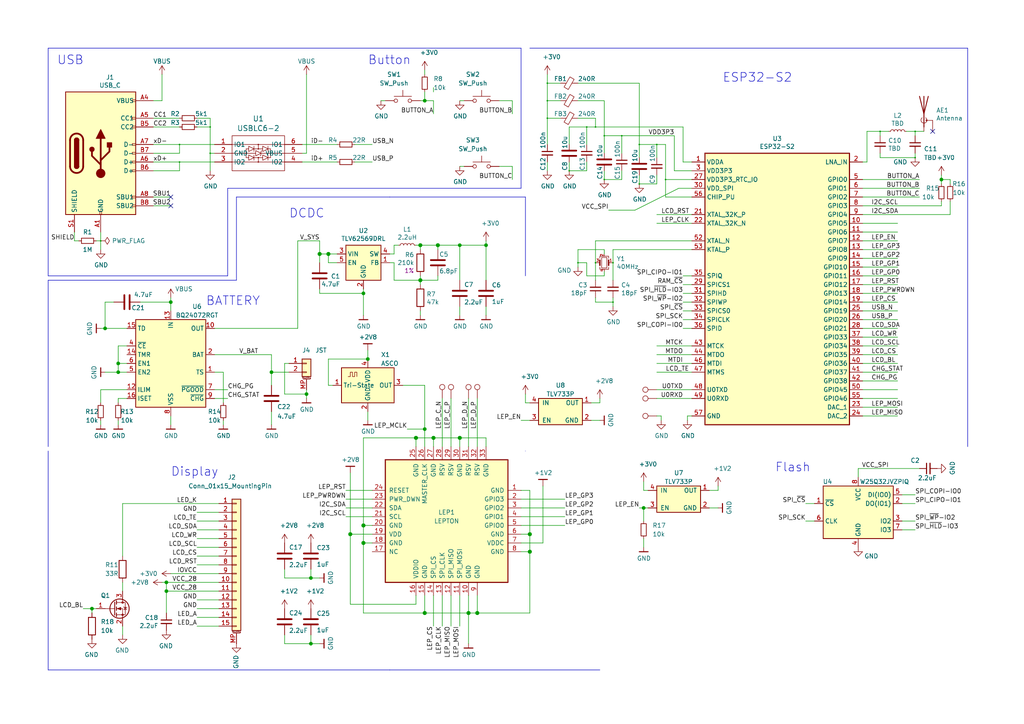
<source format=kicad_sch>
(kicad_sch (version 20201015) (generator eeschema)
  (paper "A4")
  (title_block (title "ESP32s2 Thermal Cam") (date "2020-12-29") (rev "r0.1") (company "GsD - @gregdavill"))
  (bus_alias "GPDI" (members "CK_N" "CK_P" "D0_N" "D0_P" "D1_N" "D1_P" "D2_N" "D2_P"))
  (junction (at 26.67 176.53) (diameter 0.9144))
  (junction (at 29.21 69.85) (diameter 0.3048))
  (junction (at 30.48 95.25) (diameter 0.9144))
  (junction (at 34.29 105.41) (diameter 0.9144))
  (junction (at 34.29 107.95) (diameter 0.9144))
  (junction (at 48.26 168.91) (diameter 0.9144))
  (junction (at 48.26 171.45) (diameter 0.9144))
  (junction (at 49.53 87.63) (diameter 0.9144))
  (junction (at 52.07 41.91) (diameter 0.3048))
  (junction (at 52.07 46.99) (diameter 0.3048))
  (junction (at 60.96 36.83) (diameter 0.3048))
  (junction (at 60.96 44.45) (diameter 0.3048))
  (junction (at 78.74 107.95) (diameter 0.9144))
  (junction (at 88.9 114.3) (diameter 0.9144))
  (junction (at 90.17 167.64) (diameter 0.9144))
  (junction (at 90.17 186.69) (diameter 0.9144))
  (junction (at 92.71 73.66) (diameter 1.016))
  (junction (at 95.25 73.66) (diameter 1.016))
  (junction (at 101.6 154.94) (diameter 1.016))
  (junction (at 105.41 85.09) (diameter 0.9144))
  (junction (at 105.41 152.4) (diameter 1.016))
  (junction (at 105.41 157.48) (diameter 1.016))
  (junction (at 106.68 104.14) (diameter 0.9144))
  (junction (at 120.65 127) (diameter 1.016))
  (junction (at 121.92 71.12) (diameter 1))
  (junction (at 121.92 81.28) (diameter 1.016))
  (junction (at 123.19 29.21) (diameter 0.9144))
  (junction (at 123.19 124.46) (diameter 0.9144))
  (junction (at 123.19 177.8) (diameter 1.016))
  (junction (at 125.73 127) (diameter 1.016))
  (junction (at 127 71.12) (diameter 1))
  (junction (at 133.35 71.12) (diameter 0.9144))
  (junction (at 133.35 127) (diameter 1.016))
  (junction (at 135.89 177.8) (diameter 1.016))
  (junction (at 138.43 177.8) (diameter 1.016))
  (junction (at 140.97 71.12) (diameter 0.9144))
  (junction (at 153.67 154.94) (diameter 1.016))
  (junction (at 153.67 160.02) (diameter 1.016))
  (junction (at 158.75 24.13) (diameter 0.3048))
  (junction (at 158.75 29.21) (diameter 0.3048))
  (junction (at 158.75 34.29) (diameter 0.3048))
  (junction (at 165.1 49.53) (diameter 0.3048))
  (junction (at 167.64 76.2) (diameter 0.3048))
  (junction (at 170.18 36.83) (diameter 0.3048))
  (junction (at 172.72 36.83) (diameter 0.3048))
  (junction (at 172.72 76.2) (diameter 0.3048))
  (junction (at 175.26 39.37) (diameter 0.3048))
  (junction (at 175.26 52.07) (diameter 0.3048))
  (junction (at 177.8 76.2) (diameter 0.3048))
  (junction (at 177.8 87.63) (diameter 0.3048))
  (junction (at 180.34 39.37) (diameter 0.3048))
  (junction (at 185.42 41.91) (diameter 0.3048))
  (junction (at 185.42 53.34) (diameter 0.3048))
  (junction (at 186.69 147.32) (diameter 0.9144))
  (junction (at 190.5 41.91) (diameter 0.3048))
  (junction (at 193.04 52.07) (diameter 0.3048))
  (junction (at 255.27 38.1) (diameter 0.3048))
  (junction (at 265.43 38.1) (diameter 0.3048))
  (junction (at 265.43 45.72) (diameter 0.3048))
  (junction (at 273.05 52.07) (diameter 0.9144))
  (no_connect (at 49.53 57.15))
  (no_connect (at 270.51 38.1))
  (no_connect (at 49.53 59.69))
  (wire (pts (xy 21.59 67.31) (xy 21.59 69.85)))
  (wire (pts (xy 21.59 69.85) (xy 22.86 69.85)))
  (wire (pts (xy 24.13 176.53) (xy 26.67 176.53)))
  (wire (pts (xy 26.67 176.53) (xy 26.67 177.8)))
  (wire (pts (xy 26.67 176.53) (xy 27.94 176.53)))
  (wire (pts (xy 27.94 69.85) (xy 29.21 69.85)))
  (wire (pts (xy 29.21 69.85) (xy 29.21 67.31)))
  (wire (pts (xy 29.21 69.85) (xy 29.21 72.39)))
  (wire (pts (xy 29.21 95.25) (xy 30.48 95.25)))
  (wire (pts (xy 29.21 113.03) (xy 29.21 116.84)))
  (wire (pts (xy 29.21 121.92) (xy 29.21 123.19)))
  (wire (pts (xy 30.48 87.63) (xy 30.48 95.25)))
  (wire (pts (xy 30.48 95.25) (xy 36.83 95.25)))
  (wire (pts (xy 30.48 107.95) (xy 34.29 107.95)))
  (wire (pts (xy 33.02 87.63) (xy 30.48 87.63)))
  (wire (pts (xy 34.29 100.33) (xy 34.29 105.41)))
  (wire (pts (xy 34.29 105.41) (xy 34.29 107.95)))
  (wire (pts (xy 34.29 107.95) (xy 36.83 107.95)))
  (wire (pts (xy 34.29 115.57) (xy 34.29 116.84)))
  (wire (pts (xy 34.29 121.92) (xy 34.29 123.19)))
  (wire (pts (xy 35.56 146.05) (xy 63.5 146.05)))
  (wire (pts (xy 35.56 161.29) (xy 35.56 146.05)))
  (wire (pts (xy 35.56 168.91) (xy 35.56 171.45)))
  (wire (pts (xy 35.56 181.61) (xy 35.56 184.15)))
  (wire (pts (xy 36.83 100.33) (xy 34.29 100.33)))
  (wire (pts (xy 36.83 105.41) (xy 34.29 105.41)))
  (wire (pts (xy 36.83 113.03) (xy 29.21 113.03)))
  (wire (pts (xy 36.83 115.57) (xy 34.29 115.57)))
  (wire (pts (xy 40.64 87.63) (xy 49.53 87.63)))
  (wire (pts (xy 44.45 29.21) (xy 46.99 29.21)))
  (wire (pts (xy 44.45 34.29) (xy 52.07 34.29)))
  (wire (pts (xy 44.45 36.83) (xy 52.07 36.83)))
  (wire (pts (xy 44.45 41.91) (xy 52.07 41.91)))
  (wire (pts (xy 44.45 44.45) (xy 52.07 44.45)))
  (wire (pts (xy 44.45 46.99) (xy 52.07 46.99)))
  (wire (pts (xy 44.45 49.53) (xy 52.07 49.53)))
  (wire (pts (xy 44.45 57.15) (xy 49.53 57.15)))
  (wire (pts (xy 44.45 59.69) (xy 49.53 59.69)))
  (wire (pts (xy 46.99 29.21) (xy 46.99 21.59)))
  (wire (pts (xy 46.99 168.91) (xy 48.26 168.91)))
  (wire (pts (xy 48.26 168.91) (xy 48.26 171.45)))
  (wire (pts (xy 48.26 168.91) (xy 63.5 168.91)))
  (wire (pts (xy 48.26 171.45) (xy 48.26 177.8)))
  (wire (pts (xy 48.26 171.45) (xy 63.5 171.45)))
  (wire (pts (xy 49.53 86.36) (xy 49.53 87.63)))
  (wire (pts (xy 49.53 87.63) (xy 49.53 90.17)))
  (wire (pts (xy 49.53 120.65) (xy 49.53 123.19)))
  (wire (pts (xy 49.53 166.37) (xy 63.5 166.37)))
  (wire (pts (xy 52.07 41.91) (xy 62.23 41.91)))
  (wire (pts (xy 52.07 44.45) (xy 52.07 41.91)))
  (wire (pts (xy 52.07 46.99) (xy 62.23 46.99)))
  (wire (pts (xy 52.07 49.53) (xy 52.07 46.99)))
  (wire (pts (xy 57.15 34.29) (xy 60.96 34.29)))
  (wire (pts (xy 57.15 36.83) (xy 60.96 36.83)))
  (wire (pts (xy 57.15 148.59) (xy 63.5 148.59)))
  (wire (pts (xy 57.15 151.13) (xy 63.5 151.13)))
  (wire (pts (xy 57.15 153.67) (xy 63.5 153.67)))
  (wire (pts (xy 57.15 156.21) (xy 63.5 156.21)))
  (wire (pts (xy 57.15 158.75) (xy 63.5 158.75)))
  (wire (pts (xy 57.15 161.29) (xy 63.5 161.29)))
  (wire (pts (xy 57.15 163.83) (xy 63.5 163.83)))
  (wire (pts (xy 57.15 173.99) (xy 63.5 173.99)))
  (wire (pts (xy 57.15 176.53) (xy 63.5 176.53)))
  (wire (pts (xy 57.15 179.07) (xy 63.5 179.07)))
  (wire (pts (xy 57.15 181.61) (xy 63.5 181.61)))
  (wire (pts (xy 60.96 34.29) (xy 60.96 36.83)))
  (wire (pts (xy 60.96 36.83) (xy 60.96 44.45)))
  (wire (pts (xy 60.96 44.45) (xy 60.96 49.53)))
  (wire (pts (xy 62.23 44.45) (xy 60.96 44.45)))
  (wire (pts (xy 62.23 95.25) (xy 86.36 95.25)))
  (wire (pts (xy 62.23 102.87) (xy 78.74 102.87)))
  (wire (pts (xy 62.23 113.03) (xy 66.04 113.03)))
  (wire (pts (xy 62.23 115.57) (xy 66.04 115.57)))
  (wire (pts (xy 64.77 107.95) (xy 62.23 107.95)))
  (wire (pts (xy 64.77 116.84) (xy 64.77 107.95)))
  (wire (pts (xy 64.77 121.92) (xy 64.77 123.19)))
  (wire (pts (xy 78.74 107.95) (xy 78.74 102.87)))
  (wire (pts (xy 78.74 107.95) (xy 78.74 111.76)))
  (wire (pts (xy 78.74 119.38) (xy 78.74 123.19)))
  (wire (pts (xy 82.55 105.41) (xy 82.55 114.3)))
  (wire (pts (xy 82.55 114.3) (xy 88.9 114.3)))
  (wire (pts (xy 82.55 165.1) (xy 82.55 167.64)))
  (wire (pts (xy 82.55 167.64) (xy 90.17 167.64)))
  (wire (pts (xy 82.55 184.15) (xy 82.55 186.69)))
  (wire (pts (xy 82.55 186.69) (xy 90.17 186.69)))
  (wire (pts (xy 83.82 105.41) (xy 82.55 105.41)))
  (wire (pts (xy 83.82 107.95) (xy 78.74 107.95)))
  (wire (pts (xy 86.36 69.85) (xy 86.36 95.25)))
  (wire (pts (xy 86.36 69.85) (xy 92.71 69.85)))
  (wire (pts (xy 87.63 41.91) (xy 97.79 41.91)))
  (wire (pts (xy 87.63 44.45) (xy 88.9 44.45)))
  (wire (pts (xy 87.63 46.99) (xy 97.79 46.99)))
  (wire (pts (xy 88.9 44.45) (xy 88.9 21.59)))
  (wire (pts (xy 88.9 114.3) (xy 88.9 113.03)))
  (wire (pts (xy 88.9 115.57) (xy 88.9 114.3)))
  (wire (pts (xy 90.17 165.1) (xy 90.17 167.64)))
  (wire (pts (xy 90.17 167.64) (xy 92.71 167.64)))
  (wire (pts (xy 90.17 184.15) (xy 90.17 186.69)))
  (wire (pts (xy 90.17 186.69) (xy 92.71 186.69)))
  (wire (pts (xy 92.71 69.85) (xy 92.71 73.66)))
  (wire (pts (xy 92.71 73.66) (xy 92.71 76.2)))
  (wire (pts (xy 92.71 73.66) (xy 95.25 73.66)))
  (wire (pts (xy 92.71 83.82) (xy 92.71 85.09)))
  (wire (pts (xy 92.71 85.09) (xy 105.41 85.09)))
  (wire (pts (xy 95.25 73.66) (xy 97.79 73.66)))
  (wire (pts (xy 95.25 76.2) (xy 95.25 73.66)))
  (wire (pts (xy 95.25 104.14) (xy 106.68 104.14)))
  (wire (pts (xy 95.25 111.76) (xy 95.25 104.14)))
  (wire (pts (xy 96.52 111.76) (xy 95.25 111.76)))
  (wire (pts (xy 97.79 76.2) (xy 95.25 76.2)))
  (wire (pts (xy 100.33 142.24) (xy 107.95 142.24)))
  (wire (pts (xy 100.33 144.78) (xy 107.95 144.78)))
  (wire (pts (xy 100.33 147.32) (xy 107.95 147.32)))
  (wire (pts (xy 100.33 149.86) (xy 107.95 149.86)))
  (wire (pts (xy 101.6 154.94) (xy 101.6 137.16)))
  (wire (pts (xy 101.6 175.26) (xy 101.6 154.94)))
  (wire (pts (xy 102.87 41.91) (xy 107.95 41.91)))
  (wire (pts (xy 102.87 46.99) (xy 107.95 46.99)))
  (wire (pts (xy 105.41 83.82) (xy 105.41 85.09)))
  (wire (pts (xy 105.41 85.09) (xy 105.41 91.44)))
  (wire (pts (xy 105.41 127) (xy 120.65 127)))
  (wire (pts (xy 105.41 152.4) (xy 105.41 127)))
  (wire (pts (xy 105.41 152.4) (xy 105.41 157.48)))
  (wire (pts (xy 105.41 157.48) (xy 105.41 177.8)))
  (wire (pts (xy 105.41 177.8) (xy 123.19 177.8)))
  (wire (pts (xy 106.68 101.6) (xy 106.68 104.14)))
  (wire (pts (xy 106.68 119.38) (xy 106.68 121.92)))
  (wire (pts (xy 107.95 152.4) (xy 105.41 152.4)))
  (wire (pts (xy 107.95 154.94) (xy 101.6 154.94)))
  (wire (pts (xy 107.95 157.48) (xy 105.41 157.48)))
  (wire (pts (xy 111.76 29.21) (xy 110.49 29.21)))
  (wire (pts (xy 114.3 71.12) (xy 114.3 73.66)))
  (wire (pts (xy 114.3 71.12) (xy 115.57 71.12)))
  (wire (pts (xy 114.3 73.66) (xy 113.03 73.66)))
  (wire (pts (xy 114.3 76.2) (xy 113.03 76.2)))
  (wire (pts (xy 114.3 81.28) (xy 114.3 76.2)))
  (wire (pts (xy 118.11 124.46) (xy 123.19 124.46)))
  (wire (pts (xy 120.65 71.12) (xy 121.92 71.12)))
  (wire (pts (xy 120.65 127) (xy 125.73 127)))
  (wire (pts (xy 120.65 129.54) (xy 120.65 127)))
  (wire (pts (xy 120.65 172.72) (xy 120.65 175.26)))
  (wire (pts (xy 120.65 175.26) (xy 101.6 175.26)))
  (wire (pts (xy 121.92 29.21) (xy 123.19 29.21)))
  (wire (pts (xy 121.92 71.12) (xy 121.92 72.39)))
  (wire (pts (xy 121.92 71.12) (xy 127 71.12)))
  (wire (pts (xy 121.92 80.01) (xy 121.92 81.28)))
  (wire (pts (xy 121.92 81.28) (xy 114.3 81.28)))
  (wire (pts (xy 121.92 81.28) (xy 121.92 82.55)))
  (wire (pts (xy 121.92 90.17) (xy 121.92 91.44)))
  (wire (pts (xy 123.19 20.32) (xy 123.19 21.59)))
  (wire (pts (xy 123.19 26.67) (xy 123.19 29.21)))
  (wire (pts (xy 123.19 29.21) (xy 125.73 29.21)))
  (wire (pts (xy 123.19 111.76) (xy 116.84 111.76)))
  (wire (pts (xy 123.19 124.46) (xy 123.19 111.76)))
  (wire (pts (xy 123.19 129.54) (xy 123.19 124.46)))
  (wire (pts (xy 123.19 177.8) (xy 123.19 172.72)))
  (wire (pts (xy 123.19 177.8) (xy 135.89 177.8)))
  (wire (pts (xy 125.73 25.4) (xy 125.73 26.67)))
  (wire (pts (xy 125.73 29.21) (xy 125.73 33.02)))
  (wire (pts (xy 125.73 127) (xy 133.35 127)))
  (wire (pts (xy 125.73 129.54) (xy 125.73 127)))
  (wire (pts (xy 125.73 172.72) (xy 125.73 181.61)))
  (wire (pts (xy 127 71.12) (xy 127 72.39)))
  (wire (pts (xy 127 71.12) (xy 133.35 71.12)))
  (wire (pts (xy 127 80.01) (xy 127 81.28)))
  (wire (pts (xy 127 81.28) (xy 121.92 81.28)))
  (wire (pts (xy 128.27 115.57) (xy 128.27 129.54)))
  (wire (pts (xy 128.27 172.72) (xy 128.27 181.61)))
  (wire (pts (xy 130.81 115.57) (xy 130.81 129.54)))
  (wire (pts (xy 130.81 172.72) (xy 130.81 181.61)))
  (wire (pts (xy 133.35 71.12) (xy 133.35 81.28)))
  (wire (pts (xy 133.35 71.12) (xy 140.97 71.12)))
  (wire (pts (xy 133.35 88.9) (xy 133.35 91.44)))
  (wire (pts (xy 133.35 127) (xy 133.35 129.54)))
  (wire (pts (xy 133.35 172.72) (xy 133.35 181.61)))
  (wire (pts (xy 134.62 29.21) (xy 133.35 29.21)))
  (wire (pts (xy 134.62 48.26) (xy 133.35 48.26)))
  (wire (pts (xy 135.89 115.57) (xy 135.89 129.54)))
  (wire (pts (xy 135.89 172.72) (xy 135.89 177.8)))
  (wire (pts (xy 135.89 177.8) (xy 135.89 186.69)))
  (wire (pts (xy 138.43 115.57) (xy 138.43 129.54)))
  (wire (pts (xy 138.43 172.72) (xy 138.43 177.8)))
  (wire (pts (xy 138.43 177.8) (xy 135.89 177.8)))
  (wire (pts (xy 140.97 69.85) (xy 140.97 71.12)))
  (wire (pts (xy 140.97 71.12) (xy 140.97 81.28)))
  (wire (pts (xy 140.97 88.9) (xy 140.97 91.44)))
  (wire (pts (xy 140.97 127) (xy 133.35 127)))
  (wire (pts (xy 140.97 129.54) (xy 140.97 127)))
  (wire (pts (xy 144.78 29.21) (xy 148.59 29.21)))
  (wire (pts (xy 144.78 48.26) (xy 148.59 48.26)))
  (wire (pts (xy 148.59 29.21) (xy 148.59 33.02)))
  (wire (pts (xy 148.59 48.26) (xy 148.59 52.07)))
  (wire (pts (xy 151.13 121.92) (xy 153.67 121.92)))
  (wire (pts (xy 151.13 142.24) (xy 153.67 142.24)))
  (wire (pts (xy 151.13 144.78) (xy 163.83 144.78)))
  (wire (pts (xy 151.13 147.32) (xy 163.83 147.32)))
  (wire (pts (xy 151.13 149.86) (xy 163.83 149.86)))
  (wire (pts (xy 151.13 152.4) (xy 163.83 152.4)))
  (wire (pts (xy 151.13 154.94) (xy 153.67 154.94)))
  (wire (pts (xy 151.13 157.48) (xy 157.48 157.48)))
  (wire (pts (xy 151.13 160.02) (xy 153.67 160.02)))
  (wire (pts (xy 152.4 114.3) (xy 152.4 116.84)))
  (wire (pts (xy 153.67 116.84) (xy 152.4 116.84)))
  (wire (pts (xy 153.67 142.24) (xy 153.67 154.94)))
  (wire (pts (xy 153.67 154.94) (xy 153.67 160.02)))
  (wire (pts (xy 153.67 160.02) (xy 153.67 177.8)))
  (wire (pts (xy 153.67 177.8) (xy 138.43 177.8)))
  (wire (pts (xy 157.48 157.48) (xy 157.48 140.97)))
  (wire (pts (xy 158.75 21.59) (xy 158.75 24.13)))
  (wire (pts (xy 158.75 24.13) (xy 158.75 29.21)))
  (wire (pts (xy 158.75 24.13) (xy 162.56 24.13)))
  (wire (pts (xy 158.75 29.21) (xy 158.75 34.29)))
  (wire (pts (xy 158.75 29.21) (xy 162.56 29.21)))
  (wire (pts (xy 158.75 34.29) (xy 158.75 41.91)))
  (wire (pts (xy 158.75 34.29) (xy 162.56 34.29)))
  (wire (pts (xy 158.75 49.53) (xy 158.75 46.99)))
  (wire (pts (xy 165.1 36.83) (xy 170.18 36.83)))
  (wire (pts (xy 165.1 41.91) (xy 165.1 36.83)))
  (wire (pts (xy 165.1 46.99) (xy 165.1 49.53)))
  (wire (pts (xy 165.1 49.53) (xy 170.18 49.53)))
  (wire (pts (xy 167.64 24.13) (xy 185.42 24.13)))
  (wire (pts (xy 167.64 29.21) (xy 175.26 29.21)))
  (wire (pts (xy 167.64 34.29) (xy 172.72 34.29)))
  (wire (pts (xy 167.64 72.39) (xy 175.26 72.39)))
  (wire (pts (xy 167.64 76.2) (xy 167.64 72.39)))
  (wire (pts (xy 167.64 77.47) (xy 167.64 76.2)))
  (wire (pts (xy 170.18 36.83) (xy 170.18 41.91)))
  (wire (pts (xy 170.18 36.83) (xy 172.72 36.83)))
  (wire (pts (xy 170.18 46.99) (xy 170.18 49.53)))
  (wire (pts (xy 170.18 76.2) (xy 167.64 76.2)))
  (wire (pts (xy 170.18 80.01) (xy 170.18 76.2)))
  (wire (pts (xy 171.45 116.84) (xy 173.99 116.84)))
  (wire (pts (xy 171.45 121.92) (xy 173.99 121.92)))
  (wire (pts (xy 172.72 34.29) (xy 172.72 36.83)))
  (wire (pts (xy 172.72 69.85) (xy 200.66 69.85)))
  (wire (pts (xy 172.72 76.2) (xy 172.72 69.85)))
  (wire (pts (xy 172.72 81.28) (xy 172.72 76.2)))
  (wire (pts (xy 172.72 86.36) (xy 172.72 87.63)))
  (wire (pts (xy 172.72 87.63) (xy 177.8 87.63)))
  (wire (pts (xy 173.99 116.84) (xy 173.99 115.57)))
  (wire (pts (xy 175.26 29.21) (xy 175.26 39.37)))
  (wire (pts (xy 175.26 39.37) (xy 180.34 39.37)))
  (wire (pts (xy 175.26 44.45) (xy 175.26 39.37)))
  (wire (pts (xy 175.26 49.53) (xy 175.26 52.07)))
  (wire (pts (xy 175.26 52.07) (xy 180.34 52.07)))
  (wire (pts (xy 175.26 72.39) (xy 175.26 73.66)))
  (wire (pts (xy 175.26 78.74) (xy 175.26 80.01)))
  (wire (pts (xy 175.26 80.01) (xy 170.18 80.01)))
  (wire (pts (xy 176.53 60.96) (xy 184.15 60.96)))
  (wire (pts (xy 177.8 72.39) (xy 177.8 76.2)))
  (wire (pts (xy 177.8 72.39) (xy 200.66 72.39)))
  (wire (pts (xy 177.8 81.28) (xy 177.8 76.2)))
  (wire (pts (xy 177.8 87.63) (xy 177.8 86.36)))
  (wire (pts (xy 177.8 87.63) (xy 177.8 88.9)))
  (wire (pts (xy 180.34 39.37) (xy 180.34 44.45)))
  (wire (pts (xy 180.34 49.53) (xy 180.34 52.07)))
  (wire (pts (xy 184.15 60.96) (xy 196.85 54.61)))
  (wire (pts (xy 185.42 24.13) (xy 185.42 41.91)))
  (wire (pts (xy 185.42 41.91) (xy 190.5 41.91)))
  (wire (pts (xy 185.42 45.72) (xy 185.42 41.91)))
  (wire (pts (xy 185.42 50.8) (xy 185.42 53.34)))
  (wire (pts (xy 185.42 53.34) (xy 190.5 53.34)))
  (wire (pts (xy 185.42 147.32) (xy 186.69 147.32)))
  (wire (pts (xy 186.69 139.7) (xy 186.69 142.24)))
  (wire (pts (xy 186.69 147.32) (xy 186.69 151.13)))
  (wire (pts (xy 186.69 147.32) (xy 187.96 147.32)))
  (wire (pts (xy 186.69 156.21) (xy 186.69 158.75)))
  (wire (pts (xy 187.96 142.24) (xy 186.69 142.24)))
  (wire (pts (xy 190.5 41.91) (xy 190.5 45.72)))
  (wire (pts (xy 190.5 50.8) (xy 190.5 53.34)))
  (wire (pts (xy 190.5 100.33) (xy 200.66 100.33)))
  (wire (pts (xy 190.5 102.87) (xy 200.66 102.87)))
  (wire (pts (xy 190.5 105.41) (xy 200.66 105.41)))
  (wire (pts (xy 190.5 107.95) (xy 200.66 107.95)))
  (wire (pts (xy 190.5 113.03) (xy 200.66 113.03)))
  (wire (pts (xy 190.5 115.57) (xy 200.66 115.57)))
  (wire (pts (xy 190.5 120.65) (xy 191.77 120.65)))
  (wire (pts (xy 191.77 120.65) (xy 191.77 121.92)))
  (wire (pts (xy 193.04 41.91) (xy 190.5 41.91)))
  (wire (pts (xy 193.04 52.07) (xy 193.04 41.91)))
  (wire (pts (xy 193.04 57.15) (xy 193.04 52.07)))
  (wire (pts (xy 193.04 57.15) (xy 200.66 57.15)))
  (wire (pts (xy 195.58 39.37) (xy 180.34 39.37)))
  (wire (pts (xy 195.58 49.53) (xy 195.58 39.37)))
  (wire (pts (xy 195.58 49.53) (xy 200.66 49.53)))
  (wire (pts (xy 196.85 54.61) (xy 200.66 54.61)))
  (wire (pts (xy 198.12 36.83) (xy 172.72 36.83)))
  (wire (pts (xy 198.12 46.99) (xy 198.12 36.83)))
  (wire (pts (xy 199.39 120.65) (xy 200.66 120.65)))
  (wire (pts (xy 199.39 121.92) (xy 199.39 120.65)))
  (wire (pts (xy 200.66 46.99) (xy 198.12 46.99)))
  (wire (pts (xy 200.66 52.07) (xy 193.04 52.07)))
  (wire (pts (xy 200.66 62.23) (xy 190.5 62.23)))
  (wire (pts (xy 200.66 64.77) (xy 190.5 64.77)))
  (wire (pts (xy 200.66 80.01) (xy 198.12 80.01)))
  (wire (pts (xy 200.66 82.55) (xy 198.12 82.55)))
  (wire (pts (xy 200.66 85.09) (xy 198.12 85.09)))
  (wire (pts (xy 200.66 87.63) (xy 198.12 87.63)))
  (wire (pts (xy 200.66 90.17) (xy 198.12 90.17)))
  (wire (pts (xy 200.66 92.71) (xy 198.12 92.71)))
  (wire (pts (xy 200.66 95.25) (xy 198.12 95.25)))
  (wire (pts (xy 205.74 142.24) (xy 208.28 142.24)))
  (wire (pts (xy 205.74 147.32) (xy 208.28 147.32)))
  (wire (pts (xy 208.28 142.24) (xy 208.28 140.97)))
  (wire (pts (xy 233.68 146.05) (xy 236.22 146.05)))
  (wire (pts (xy 233.68 151.13) (xy 236.22 151.13)))
  (wire (pts (xy 248.92 135.89) (xy 248.92 138.43)))
  (wire (pts (xy 248.92 135.89) (xy 266.7 135.89)))
  (wire (pts (xy 250.19 46.99) (xy 251.46 46.99)))
  (wire (pts (xy 250.19 52.07) (xy 266.7 52.07)))
  (wire (pts (xy 250.19 54.61) (xy 266.7 54.61)))
  (wire (pts (xy 250.19 57.15) (xy 266.7 57.15)))
  (wire (pts (xy 250.19 59.69) (xy 273.05 59.69)))
  (wire (pts (xy 250.19 62.23) (xy 275.59 62.23)))
  (wire (pts (xy 250.19 64.77) (xy 260.35 64.77)))
  (wire (pts (xy 250.19 67.31) (xy 260.35 67.31)))
  (wire (pts (xy 250.19 69.85) (xy 260.35 69.85)))
  (wire (pts (xy 250.19 72.39) (xy 260.35 72.39)))
  (wire (pts (xy 250.19 74.93) (xy 260.35 74.93)))
  (wire (pts (xy 250.19 77.47) (xy 260.35 77.47)))
  (wire (pts (xy 250.19 80.01) (xy 260.35 80.01)))
  (wire (pts (xy 250.19 82.55) (xy 260.35 82.55)))
  (wire (pts (xy 250.19 85.09) (xy 260.35 85.09)))
  (wire (pts (xy 250.19 87.63) (xy 260.35 87.63)))
  (wire (pts (xy 250.19 90.17) (xy 260.35 90.17)))
  (wire (pts (xy 250.19 92.71) (xy 260.35 92.71)))
  (wire (pts (xy 250.19 95.25) (xy 260.35 95.25)))
  (wire (pts (xy 250.19 97.79) (xy 260.35 97.79)))
  (wire (pts (xy 250.19 100.33) (xy 260.35 100.33)))
  (wire (pts (xy 250.19 102.87) (xy 260.35 102.87)))
  (wire (pts (xy 250.19 105.41) (xy 260.35 105.41)))
  (wire (pts (xy 250.19 107.95) (xy 260.35 107.95)))
  (wire (pts (xy 250.19 110.49) (xy 260.35 110.49)))
  (wire (pts (xy 250.19 113.03) (xy 260.35 113.03)))
  (wire (pts (xy 250.19 115.57) (xy 260.35 115.57)))
  (wire (pts (xy 250.19 118.11) (xy 260.35 118.11)))
  (wire (pts (xy 250.19 120.65) (xy 260.35 120.65)))
  (wire (pts (xy 251.46 38.1) (xy 255.27 38.1)))
  (wire (pts (xy 251.46 46.99) (xy 251.46 38.1)))
  (wire (pts (xy 255.27 38.1) (xy 257.81 38.1)))
  (wire (pts (xy 255.27 39.37) (xy 255.27 38.1)))
  (wire (pts (xy 255.27 44.45) (xy 255.27 45.72)))
  (wire (pts (xy 255.27 45.72) (xy 265.43 45.72)))
  (wire (pts (xy 261.62 143.51) (xy 265.43 143.51)))
  (wire (pts (xy 261.62 146.05) (xy 265.43 146.05)))
  (wire (pts (xy 261.62 151.13) (xy 265.43 151.13)))
  (wire (pts (xy 261.62 153.67) (xy 265.43 153.67)))
  (wire (pts (xy 262.89 38.1) (xy 265.43 38.1)))
  (wire (pts (xy 265.43 38.1) (xy 265.43 39.37)))
  (wire (pts (xy 265.43 38.1) (xy 267.97 38.1)))
  (wire (pts (xy 265.43 44.45) (xy 265.43 45.72)))
  (wire (pts (xy 273.05 50.8) (xy 273.05 52.07)))
  (wire (pts (xy 273.05 52.07) (xy 273.05 53.34)))
  (wire (pts (xy 273.05 52.07) (xy 275.59 52.07)))
  (wire (pts (xy 273.05 59.69) (xy 273.05 58.42)))
  (wire (pts (xy 275.59 52.07) (xy 275.59 53.34)))
  (wire (pts (xy 275.59 58.42) (xy 275.59 62.23)))
  (polyline (pts (xy 13.97 13.97) (xy 151.13 13.97)) (stroke (width 0) (type solid)))
  (polyline (pts (xy 13.97 80.01) (xy 13.97 13.97)) (stroke (width 0) (type solid)))
  (polyline (pts (xy 13.97 81.28) (xy 13.97 129.54)) (stroke (width 0) (type solid)))
  (polyline (pts (xy 13.97 81.28) (xy 68.58 81.28)) (stroke (width 0) (type solid)))
  (polyline (pts (xy 13.97 194.31) (xy 13.97 130.81)) (stroke (width 0) (type solid)))
  (polyline (pts (xy 66.04 54.61) (xy 66.04 80.01)) (stroke (width 0) (type solid)))
  (polyline (pts (xy 66.04 80.01) (xy 13.97 80.01)) (stroke (width 0) (type solid)))
  (polyline (pts (xy 68.58 81.28) (xy 68.58 57.15)) (stroke (width 0) (type solid)))
  (polyline (pts (xy 113.03 57.15) (xy 68.58 57.15)) (stroke (width 0) (type solid)))
  (polyline (pts (xy 113.03 194.31) (xy 13.97 194.31)) (stroke (width 0) (type solid)))
  (polyline (pts (xy 113.03 194.31) (xy 173.99 194.31)) (stroke (width 0) (type solid)))
  (polyline (pts (xy 151.13 13.97) (xy 151.13 54.61)) (stroke (width 0) (type solid)))
  (polyline (pts (xy 151.13 54.61) (xy 66.04 54.61)) (stroke (width 0) (type solid)))
  (polyline (pts (xy 152.4 57.15) (xy 113.03 57.15)) (stroke (width 0) (type solid)))
  (polyline (pts (xy 152.4 80.01) (xy 152.4 57.15)) (stroke (width 0) (type solid)))
  (polyline (pts (xy 152.4 130.81) (xy 152.4 130.81)) (stroke (width 0) (type solid)))
  (polyline (pts (xy 153.67 13.97) (xy 280.67 13.97)) (stroke (width 0) (type solid)))
  (polyline (pts (xy 280.67 13.97) (xy 280.67 129.54)) (stroke (width 0) (type solid)))
  (text "USB" (at 16.51 19.05 0) (effects (font (size 2.54 2.54)) (justify left bottom)))
  (text "Display" (at 49.53 138.43 0) (effects (font (size 2.54 2.54)) (justify left bottom)))
  (text "BATTERY" (at 59.69 88.9 0) (effects (font (size 2.54 2.54)) (justify left bottom)))
  (text "DCDC" (at 83.82 63.5 0) (effects (font (size 2.54 2.54)) (justify left bottom)))
  (text "Button" (at 106.68 19.05 0) (effects (font (size 2.54 2.54)) (justify left bottom)))
  (text "ESP32-S2\n" (at 209.55 24.13 0) (effects (font (size 2.54 2.54)) (justify left bottom)))
  (text "Flash" (at 224.79 137.16 0) (effects (font (size 2.54 2.54)) (justify left bottom)))
  (label "SHIELD" (at 21.59 69.85 180))
  (label "LCD_BL" (at 24.13 176.53 180))
  (label "CC1" (at 44.45 34.29 0))
  (label "CC2" (at 44.45 36.83 0))
  (label "xD-" (at 44.45 41.91 0))
  (label "xD+" (at 44.45 46.99 0))
  (label "SBU1" (at 49.53 57.15 180))
  (label "SBU2" (at 49.53 59.69 180))
  (label "LED_K" (at 57.15 146.05 180))
  (label "GND" (at 57.15 148.59 180))
  (label "LCD_TE" (at 57.15 151.13 180))
  (label "LCD_SDA" (at 57.15 153.67 180))
  (label "LCD_WR" (at 57.15 156.21 180))
  (label "LCD_SCL" (at 57.15 158.75 180))
  (label "LCD_CS" (at 57.15 161.29 180))
  (label "LCD_RST" (at 57.15 163.83 180))
  (label "IOVCC" (at 57.15 166.37 180))
  (label "VCC_28" (at 57.15 168.91 180))
  (label "VCC_28" (at 57.15 171.45 180))
  (label "GND" (at 57.15 173.99 180))
  (label "GND" (at 57.15 176.53 180))
  (label "LED_A" (at 57.15 179.07 180))
  (label "LED_A" (at 57.15 181.61 180))
  (label "CHG_PG" (at 66.04 113.03 0))
  (label "CHG_STAT" (at 66.04 115.57 0))
  (label "V_BAT" (at 74.93 102.87 180))
  (label "iD-" (at 90.17 41.91 0))
  (label "iD+" (at 90.17 46.99 0))
  (label "V_SYS" (at 92.71 69.85 180))
  (label "LEP_RST" (at 100.33 142.24 180))
  (label "LEP_PWRDWN" (at 100.33 144.78 180))
  (label "I2C_SDA" (at 100.33 147.32 180))
  (label "I2C_SCL" (at 100.33 149.86 180))
  (label "USB_N" (at 107.95 41.91 0))
  (label "USB_P" (at 107.95 46.99 0))
  (label "LEP_MCLK" (at 118.11 124.46 180))
  (label "BUTTON_A" (at 125.73 33.02 180))
  (label "LEP_CS" (at 125.73 181.61 270))
  (label "LEP_C_N" (at 128.27 124.46 90))
  (label "LEP_CLK" (at 128.27 181.61 270))
  (label "LEP_C_P" (at 130.81 124.46 90))
  (label "LEP_MISO" (at 130.81 181.61 270))
  (label "LEP_MOSI" (at 133.35 181.61 270))
  (label "LEP_D_N" (at 135.89 124.46 90))
  (label "LEP_D_P" (at 138.43 124.46 90))
  (label "BUTTON_B" (at 148.59 33.02 180))
  (label "BUTTON_C" (at 148.59 52.07 180))
  (label "LEP_EN" (at 151.13 121.92 180))
  (label "LEP_GP3" (at 163.83 144.78 0))
  (label "LEP_GP2" (at 163.83 147.32 0))
  (label "LEP_GP1" (at 163.83 149.86 0))
  (label "LEP_GP0" (at 163.83 152.4 0))
  (label "VCC_SPI" (at 176.53 60.96 180))
  (label "LEP_EN" (at 185.42 147.32 180))
  (label "LCD_RST" (at 191.77 62.23 0))
  (label "LEP_CLK" (at 191.77 64.77 0))
  (label "LCD_TE" (at 193.04 107.95 0))
  (label "VDD3P3" (at 195.58 39.37 180))
  (label "SPI_CIPO-IO1" (at 198.12 80.01 180))
  (label "RAM_~CS" (at 198.12 82.55 180))
  (label "SPI_~HLD~-IO3" (at 198.12 85.09 180))
  (label "SPI_~WP~-IO2" (at 198.12 87.63 180))
  (label "SPI_~CS" (at 198.12 90.17 180))
  (label "SPI_SCK" (at 198.12 92.71 180))
  (label "SPI_COPI-IO0" (at 198.12 95.25 180))
  (label "MTCK" (at 198.12 100.33 180))
  (label "MTDO" (at 198.12 102.87 180))
  (label "MTDI" (at 198.12 105.41 180))
  (label "U0TXD" (at 198.12 113.03 180))
  (label "U0RXD" (at 198.12 115.57 180))
  (label "SPI_~CS" (at 233.68 146.05 180))
  (label "SPI_SCK" (at 233.68 151.13 180))
  (label "I2C_SCL" (at 252.73 59.69 0))
  (label "I2C_SDA" (at 252.73 62.23 0))
  (label "LEP_EN" (at 252.73 69.85 0))
  (label "LEP_GP3" (at 252.73 72.39 0))
  (label "LEP_GP2" (at 252.73 74.93 0))
  (label "LEP_GP1" (at 252.73 77.47 0))
  (label "LEP_GP0" (at 252.73 80.01 0))
  (label "LEP_RST" (at 252.73 82.55 0))
  (label "LEP_PWRDWN" (at 252.73 85.09 0))
  (label "LEP_CS" (at 252.73 87.63 0))
  (label "USB_N" (at 252.73 90.17 0))
  (label "USB_P" (at 252.73 92.71 0))
  (label "LCD_SDA" (at 252.73 95.25 0))
  (label "LCD_WR" (at 252.73 97.79 0))
  (label "LCD_SCL" (at 252.73 100.33 0))
  (label "LCD_CS" (at 252.73 102.87 0))
  (label "LCD_BL" (at 252.73 105.41 0))
  (label "CHG_STAT" (at 252.73 107.95 0))
  (label "CHG_PG" (at 252.73 110.49 0))
  (label "LEP_MOSI" (at 252.73 118.11 0))
  (label "LEP_MISO" (at 252.73 120.65 0))
  (label "VCC_SPI" (at 257.81 135.89 180))
  (label "SPI_COPI-IO0" (at 265.43 143.51 0))
  (label "SPI_CIPO-IO1" (at 265.43 146.05 0))
  (label "SPI_~WP~-IO2" (at 265.43 151.13 0))
  (label "SPI_~HLD~-IO3" (at 265.43 153.67 0))
  (label "BUTTON_A" (at 266.7 52.07 180))
  (label "BUTTON_B" (at 266.7 54.61 180))
  (label "BUTTON_C" (at 266.7 57.15 180))
  (symbol (lib_id "Device:L_Small") (at 118.11 71.12 90) (unit 1)
    (property "Reference" "L1" (at 118.11 66.5288 90))
    (property "Value" "2.2uH" (at 118.11 68.8275 90))
    (property "Footprint" "Inductor_SMD:L_0805_2012Metric" (effects hide))
    (property "Mfg" "Sunltech Tech" (effects hide))
    (property "PN" "SLM20122R2MIT" (effects hide))
  )
  (symbol (lib_name "Device:L_Small_1") (lib_id "Device:L_Small") (at 260.35 38.1 90) (unit 1)
    (property "Reference" "L2" (at 260.35 33.5088 90))
    (property "Value" "TBD" (at 260.35 35.8075 90))
    (property "Footprint" "Inductor_SMD:L_0402_1005Metric" (effects hide))
  )
  (symbol (lib_id "power:PWR_FLAG") (at 29.21 69.85 270) (unit 1)
    (property "Reference" "#FLG0101" (effects hide))
    (property "Value" "PWR_FLAG" (at 32.4612 69.85 90) (effects (justify left)))
  )
  (symbol (lib_id "gkl_power:GND") (at 29.21 95.25 270) (unit 1)
    (property "Reference" "#PWR0126" (effects hide))
    (property "Value" "GND" (at 26.0096 95.3262 0))
  )
  (symbol (lib_id "gkl_power:GND") (at 29.21 123.19 0) (unit 1)
    (property "Reference" "#PWR0115" (effects hide))
    (property "Value" "GND" (at 29.2862 126.3904 0))
  )
  (symbol (lib_id "gkl_power:GND") (at 30.48 107.95 270) (unit 1)
    (property "Reference" "#PWR0127" (effects hide))
    (property "Value" "GND" (at 27.2796 108.0262 0))
  )
  (symbol (lib_id "gkl_power:GND") (at 34.29 123.19 0) (unit 1)
    (property "Reference" "#PWR0120" (effects hide))
    (property "Value" "GND" (at 34.3662 126.3904 0))
  )
  (symbol (lib_id "gkl_power:GND") (at 49.53 123.19 0) (unit 1)
    (property "Reference" "#PWR0121" (effects hide))
    (property "Value" "GND" (at 49.6062 126.3904 0))
  )
  (symbol (lib_id "gkl_power:GND") (at 64.77 123.19 0) (unit 1)
    (property "Reference" "#PWR0125" (effects hide))
    (property "Value" "GND" (at 64.8462 126.3904 0))
  )
  (symbol (lib_id "gkl_power:GND") (at 78.74 123.19 0) (unit 1)
    (property "Reference" "#PWR0114" (effects hide))
    (property "Value" "GND" (at 78.8162 126.3904 0))
  )
  (symbol (lib_id "gkl_power:GND") (at 88.9 115.57 0) (unit 1)
    (property "Reference" "#PWR0111" (effects hide))
    (property "Value" "GND" (at 88.9762 118.7704 0))
  )
  (symbol (lib_id "BosonAdapters:GND") (at 92.71 167.64 90) (unit 1)
    (property "Reference" "#PWR0148" (effects hide))
    (property "Value" "GND" (at 95.9104 167.5638 0))
  )
  (symbol (lib_id "BosonAdapters:GND") (at 92.71 186.69 90) (unit 1)
    (property "Reference" "#PWR0149" (effects hide))
    (property "Value" "GND" (at 95.9104 186.6138 0))
  )
  (symbol (lib_id "gkl_power:GND") (at 105.41 91.44 0) (unit 1)
    (property "Reference" "#PWR0112" (effects hide))
    (property "Value" "GND" (at 105.4862 94.6404 0))
  )
  (symbol (lib_id "gkl_power:GND") (at 106.68 121.92 0) (unit 1)
    (property "Reference" "#PWR0108" (effects hide))
    (property "Value" "GND" (at 106.7562 125.1204 0))
  )
  (symbol (lib_id "gkl_power:GND") (at 121.92 91.44 0) (unit 1)
    (property "Reference" "#PWR0106" (effects hide))
    (property "Value" "GND" (at 121.9962 94.6404 0))
  )
  (symbol (lib_id "gkl_power:GND") (at 133.35 91.44 0) (unit 1)
    (property "Reference" "#PWR0134" (effects hide))
    (property "Value" "GND" (at 133.4262 94.6404 0))
  )
  (symbol (lib_id "BosonAdapters:GND") (at 135.89 186.69 0) (unit 1)
    (property "Reference" "#PWR0150" (effects hide))
    (property "Value" "GND" (at 135.9662 189.8904 0))
  )
  (symbol (lib_id "gkl_power:GND") (at 140.97 91.44 0) (unit 1)
    (property "Reference" "#PWR0116" (effects hide))
    (property "Value" "GND" (at 141.0462 94.6404 0))
  )
  (symbol (lib_id "BosonAdapters:GND") (at 173.99 121.92 90) (unit 1)
    (property "Reference" "#PWR0141" (effects hide))
    (property "Value" "GND" (at 177.1904 121.8438 0))
  )
  (symbol (lib_id "BosonAdapters:GND") (at 186.69 158.75 0) (unit 1)
    (property "Reference" "#PWR0152" (effects hide))
    (property "Value" "GND" (at 186.7662 161.9504 0))
  )
  (symbol (lib_id "BosonAdapters:GND") (at 208.28 147.32 90) (unit 1)
    (property "Reference" "#PWR0136" (effects hide))
    (property "Value" "GND" (at 211.4804 147.2438 0))
  )
  (symbol (lib_id "Connector:TestPoint") (at 128.27 115.57 0) (unit 1) (in_bom no)
    (property "Reference" "TP35" (effects hide))
    (property "Value" "TestPoint" (effects hide))
    (property "Footprint" "TestPoint:TestPoint_Pad_D1.5mm" (effects hide))
  )
  (symbol (lib_id "Connector:TestPoint") (at 130.81 115.57 0) (unit 1) (in_bom no)
    (property "Reference" "TP36" (effects hide))
    (property "Value" "TestPoint" (effects hide))
    (property "Footprint" "TestPoint:TestPoint_Pad_D1.5mm" (effects hide))
  )
  (symbol (lib_id "Connector:TestPoint") (at 135.89 115.57 0) (unit 1) (in_bom no)
    (property "Reference" "TP37" (effects hide))
    (property "Value" "TestPoint" (effects hide))
    (property "Footprint" "TestPoint:TestPoint_Pad_D1.5mm" (effects hide))
  )
  (symbol (lib_id "Connector:TestPoint") (at 138.43 115.57 0) (unit 1) (in_bom no)
    (property "Reference" "TP38" (effects hide))
    (property "Value" "TestPoint" (effects hide))
    (property "Footprint" "TestPoint:TestPoint_Pad_D1.5mm" (effects hide))
  )
  (symbol (lib_id "Connector:TestPoint") (at 190.5 113.03 90) (unit 1) (in_bom no)
    (property "Reference" "TP5" (effects hide))
    (property "Value" "TestPoint" (effects hide))
    (property "Footprint" "TestPoint:TestPoint_Pad_D1.5mm" (effects hide))
  )
  (symbol (lib_id "Connector:TestPoint") (at 190.5 115.57 90) (unit 1) (in_bom no)
    (property "Reference" "TP6" (effects hide))
    (property "Value" "TestPoint" (effects hide))
    (property "Footprint" "TestPoint:TestPoint_Pad_D1.5mm" (effects hide))
  )
  (symbol (lib_id "Connector:TestPoint") (at 190.5 120.65 90) (unit 1) (in_bom no)
    (property "Reference" "TP7" (effects hide))
    (property "Value" "TestPoint" (effects hide))
    (property "Footprint" "TestPoint:TestPoint_Pad_D1.5mm" (effects hide))
  )
  (symbol (lib_id "power:VBUS") (at 46.99 21.59 0) (unit 1)
    (property "Reference" "#PWR0104" (effects hide))
    (property "Value" "VBUS" (at 46.99 17.78 0))
  )
  (symbol (lib_id "power:+2V8") (at 46.99 168.91 90) (unit 1)
    (property "Reference" "#PWR0153" (effects hide))
    (property "Value" "+2V8" (at 43.18 168.91 90) (effects (justify left)))
  )
  (symbol (lib_id "power:VBUS") (at 49.53 86.36 0) (unit 1)
    (property "Reference" "#PWR0128" (effects hide))
    (property "Value" "VBUS" (at 53.34 83.82 0))
  )
  (symbol (lib_id "power:+3V0") (at 49.53 166.37 90) (unit 1)
    (property "Reference" "#PWR0154" (effects hide))
    (property "Value" "+3V0" (at 45.72 166.37 90) (effects (justify left)))
  )
  (symbol (lib_id "power:+2V8") (at 82.55 157.48 0) (unit 1)
    (property "Reference" "#PWR0146" (effects hide))
    (property "Value" "+2V8" (at 83.82 152.4 0))
  )
  (symbol (lib_id "power:+1V2") (at 82.55 176.53 0) (unit 1)
    (property "Reference" "#PWR0142" (effects hide))
    (property "Value" "+1V2" (at 83.82 171.45 0))
  )
  (symbol (lib_id "power:VBUS") (at 88.9 21.59 0) (unit 1)
    (property "Reference" "#PWR0105" (effects hide))
    (property "Value" "VBUS" (at 88.9 17.78 0))
  )
  (symbol (lib_id "power:+2V8") (at 90.17 157.48 0) (unit 1)
    (property "Reference" "#PWR0147" (effects hide))
    (property "Value" "+2V8" (at 91.44 152.4 0))
  )
  (symbol (lib_id "power:+1V2") (at 90.17 176.53 0) (unit 1)
    (property "Reference" "#PWR0143" (effects hide))
    (property "Value" "+1V2" (at 91.44 171.45 0))
  )
  (symbol (lib_id "power:+3V0") (at 123.19 20.32 0) (unit 1)
    (property "Reference" "#PWR0122" (effects hide))
    (property "Value" "+3V0" (at 124.46 15.24 0))
  )
  (symbol (lib_id "power:+3V0") (at 140.97 69.85 0) (unit 1)
    (property "Reference" "#PWR0123" (effects hide))
    (property "Value" "+3V0" (at 142.24 64.77 0))
  )
  (symbol (lib_id "power:+3V0") (at 152.4 114.3 0) (unit 1)
    (property "Reference" "#PWR0140" (effects hide))
    (property "Value" "+3V0" (at 153.67 109.22 0))
  )
  (symbol (lib_id "power:+3V0") (at 158.75 21.59 0) (unit 1)
    (property "Reference" "#PWR0130" (effects hide))
    (property "Value" "+3V0" (at 160.02 16.51 0))
  )
  (symbol (lib_id "power:+2V8") (at 173.99 115.57 0) (unit 1)
    (property "Reference" "#PWR0144" (effects hide))
    (property "Value" "+2V8" (at 175.26 110.49 0))
  )
  (symbol (lib_id "power:+3V0") (at 186.69 139.7 0) (unit 1)
    (property "Reference" "#PWR0135" (effects hide))
    (property "Value" "+3V0" (at 187.96 134.62 0))
  )
  (symbol (lib_id "power:+1V2") (at 208.28 140.97 0) (unit 1)
    (property "Reference" "#PWR0139" (effects hide))
    (property "Value" "+1V2" (at 209.55 135.89 0))
  )
  (symbol (lib_id "power:+3V0") (at 273.05 50.8 0) (unit 1)
    (property "Reference" "#PWR0133" (effects hide))
    (property "Value" "+3V0" (at 274.32 45.72 0))
  )
  (symbol (lib_id "BosonAdapters:+2V8") (at 101.6 137.16 0) (unit 1)
    (property "Reference" "#PWR0151" (effects hide))
    (property "Value" "+2V8" (at 101.6762 133.3246 0))
  )
  (symbol (lib_id "BosonAdapters:+2V8") (at 106.68 101.6 0) (unit 1)
    (property "Reference" "#PWR0102" (effects hide))
    (property "Value" "+2V8" (at 106.7562 97.7646 0))
  )
  (symbol (lib_id "BosonAdapters:+1V2") (at 157.48 140.97 0) (unit 1)
    (property "Reference" "#PWR0145" (effects hide))
    (property "Value" "+1V2" (at 157.5562 137.1346 0))
  )
  (symbol (lib_id "power:GND") (at 26.67 185.42 0) (mirror y) (unit 1)
    (property "Reference" "#PWR0109" (effects hide))
    (property "Value" "GND" (at 26.543 189.8904 0))
  )
  (symbol (lib_id "power:GND") (at 29.21 72.39 0) (unit 1)
    (property "Reference" "#PWR06" (effects hide))
    (property "Value" "GND" (at 29.337 76.8604 0))
  )
  (symbol (lib_id "power:GND") (at 35.56 184.15 0) (mirror y) (unit 1)
    (property "Reference" "#PWR0131" (effects hide))
    (property "Value" "GND" (at 35.433 188.6204 0))
  )
  (symbol (lib_id "power:GND") (at 48.26 182.88 0) (mirror y) (unit 1)
    (property "Reference" "#PWR011" (effects hide))
    (property "Value" "GND" (at 48.133 187.3504 0))
  )
  (symbol (lib_id "power:GND") (at 60.96 49.53 0) (unit 1)
    (property "Reference" "#PWR0103" (effects hide))
    (property "Value" "GND" (at 61.087 54.0004 0))
  )
  (symbol (lib_id "power:GND") (at 68.58 186.69 0) (mirror y) (unit 1)
    (property "Reference" "#PWR0110" (effects hide))
    (property "Value" "GND" (at 68.453 189.9412 90) (effects (justify right)))
  )
  (symbol (lib_id "power:GND") (at 110.49 29.21 0) (unit 1)
    (property "Reference" "#PWR0117" (effects hide))
    (property "Value" "GND" (at 110.617 33.6804 0))
  )
  (symbol (lib_id "power:GND") (at 133.35 29.21 0) (unit 1)
    (property "Reference" "#PWR03" (effects hide))
    (property "Value" "GND" (at 133.477 33.6804 0))
  )
  (symbol (lib_id "power:GND") (at 133.35 48.26 0) (unit 1)
    (property "Reference" "#PWR04" (effects hide))
    (property "Value" "GND" (at 133.477 52.7304 0))
  )
  (symbol (lib_id "power:GND") (at 158.75 49.53 0) (unit 1)
    (property "Reference" "#PWR0118" (effects hide))
    (property "Value" "GND" (at 158.877 54.0004 0))
  )
  (symbol (lib_id "power:GND") (at 165.1 49.53 0) (unit 1)
    (property "Reference" "#PWR0138" (effects hide))
    (property "Value" "GND" (at 165.227 54.0004 0))
  )
  (symbol (lib_id "power:GND") (at 167.64 77.47 0) (unit 1)
    (property "Reference" "#PWR0119" (effects hide))
    (property "Value" "GND" (at 165.735 78.4225 0) (effects (justify right)))
  )
  (symbol (lib_id "power:GND") (at 175.26 52.07 0) (unit 1)
    (property "Reference" "#PWR0137" (effects hide))
    (property "Value" "GND" (at 175.387 56.5404 0))
  )
  (symbol (lib_id "power:GND") (at 177.8 88.9 0) (unit 1)
    (property "Reference" "#PWR0101" (effects hide))
    (property "Value" "GND" (at 177.927 93.3704 0))
  )
  (symbol (lib_id "power:GND") (at 185.42 53.34 0) (unit 1)
    (property "Reference" "#PWR036" (effects hide))
    (property "Value" "GND" (at 185.547 57.8104 0))
  )
  (symbol (lib_id "power:GND") (at 191.77 121.92 0) (unit 1)
    (property "Reference" "#PWR05" (effects hide))
    (property "Value" "GND" (at 191.897 126.3904 0))
  )
  (symbol (lib_id "power:GND") (at 199.39 121.92 0) (unit 1)
    (property "Reference" "#PWR0107" (effects hide))
    (property "Value" "GND" (at 199.517 126.3904 0))
  )
  (symbol (lib_id "power:GND") (at 248.92 158.75 0) (unit 1)
    (property "Reference" "#PWR0132" (effects hide))
    (property "Value" "GND" (at 252.73 161.29 0))
  )
  (symbol (lib_id "power:GND") (at 265.43 45.72 0) (unit 1)
    (property "Reference" "#PWR0124" (effects hide))
    (property "Value" "GND" (at 259.08 46.99 0) (effects (justify left)))
  )
  (symbol (lib_id "power:GND") (at 271.78 135.89 90) (unit 1)
    (property "Reference" "#PWR0113" (effects hide))
    (property "Value" "GND" (at 276.2504 135.763 0))
  )
  (symbol (lib_id "icebreaker-bitsy-rescue:pkl_R_Small-pkl_device") (at 25.4 69.85 270) (unit 1)
    (property "Reference" "R1" (at 25.4 67.31 90))
    (property "Value" "1M" (at 25.4 72.39 90))
    (property "Footprint" "Resistor_SMD:R_0402_1005Metric" (effects hide))
    (property "Mfg" "Yageo" (effects hide))
    (property "PN" "RC0402FR-071ML" (effects hide))
  )
  (symbol (lib_id "icebreaker-bitsy-rescue:pkl_R_Small-pkl_device") (at 29.21 119.38 180) (unit 1)
    (property "Reference" "R12" (at 26.67 119.38 0))
    (property "Value" "10k" (at 26.67 121.92 0))
    (property "Footprint" "Resistor_SMD:R_0402_1005Metric" (effects hide))
    (property "Mfg" "Yageo" (effects hide))
    (property "PN" "RC0402FR-0710KL" (effects hide))
  )
  (symbol (lib_id "icebreaker-bitsy-rescue:pkl_R_Small-pkl_device") (at 34.29 119.38 180) (unit 1)
    (property "Reference" "R13" (at 36.83 119.38 0))
    (property "Value" "10k" (at 36.83 121.92 0))
    (property "Footprint" "Resistor_SMD:R_0402_1005Metric" (effects hide))
    (property "Mfg" "Yageo" (effects hide))
    (property "PN" "RC0402FR-0710KL" (effects hide))
  )
  (symbol (lib_id "icebreaker-bitsy-rescue:pkl_R_Small-pkl_device") (at 54.61 34.29 270) (unit 1)
    (property "Reference" "R2" (at 50.8 33.02 90))
    (property "Value" "5k1" (at 58.42 33.02 90))
    (property "Footprint" "Resistor_SMD:R_0402_1005Metric" (effects hide))
    (property "Mfg" "Yageo" (effects hide))
    (property "PN" "RC0402FR-075K1L" (effects hide))
  )
  (symbol (lib_id "icebreaker-bitsy-rescue:pkl_R_Small-pkl_device") (at 54.61 36.83 270) (unit 1)
    (property "Reference" "R3" (at 50.8 35.56 90))
    (property "Value" "5k1" (at 58.42 35.56 90))
    (property "Footprint" "Resistor_SMD:R_0402_1005Metric" (effects hide))
    (property "Mfg" "Yageo" (effects hide))
    (property "PN" "RC0402FR-075K1L" (effects hide))
  )
  (symbol (lib_id "icebreaker-bitsy-rescue:pkl_R_Small-pkl_device") (at 64.77 119.38 180) (unit 1)
    (property "Reference" "R14" (at 62.23 119.38 0))
    (property "Value" "10k" (at 62.23 121.92 0))
    (property "Footprint" "Resistor_SMD:R_0402_1005Metric" (effects hide))
    (property "Mfg" "Yageo" (effects hide))
    (property "PN" "RC0402FR-0710KL" (effects hide))
  )
  (symbol (lib_id "icebreaker-bitsy-rescue:pkl_R_Small-pkl_device") (at 100.33 41.91 270) (unit 1)
    (property "Reference" "R4" (at 96.52 40.64 90))
    (property "Value" "22R" (at 104.14 40.64 90))
    (property "Footprint" "Resistor_SMD:R_0402_1005Metric" (effects hide))
    (property "Mfg" "Yageo" (effects hide))
    (property "PN" "RC0402FR-0722RL" (effects hide))
  )
  (symbol (lib_id "icebreaker-bitsy-rescue:pkl_R_Small-pkl_device") (at 100.33 46.99 270) (unit 1)
    (property "Reference" "R5" (at 96.52 45.72 90))
    (property "Value" "22R" (at 104.14 45.72 90))
    (property "Footprint" "Resistor_SMD:R_0402_1005Metric" (effects hide))
    (property "Mfg" "Yageo" (effects hide))
    (property "PN" "RC0402FR-0722RL" (effects hide))
  )
  (symbol (lib_id "icebreaker-bitsy-rescue:pkl_R_Small-pkl_device") (at 123.19 24.13 180) (unit 1)
    (property "Reference" "R8" (at 125.73 22.86 0) (effects (justify right)))
    (property "Value" "10k" (at 125.73 25.4 0) (effects (justify right)))
    (property "Footprint" "Resistor_SMD:R_0402_1005Metric" (effects hide))
    (property "Mfg" "Yageo" (effects hide))
    (property "PN" "RC0402FR-0710KL" (effects hide))
  )
  (symbol (lib_id "icebreaker-bitsy-rescue:pkl_R_Small-pkl_device") (at 186.69 153.67 180) (unit 1)
    (property "Reference" "R17" (at 189.23 152.4 0) (effects (justify right)))
    (property "Value" "10k" (at 189.23 154.94 0) (effects (justify right)))
    (property "Footprint" "Resistor_SMD:R_0402_1005Metric" (effects hide))
    (property "Mfg" "Yageo" (effects hide))
    (property "PN" "RC0402FR-0710KL" (effects hide))
  )
  (symbol (lib_id "icebreaker-bitsy-rescue:pkl_R_Small-pkl_device") (at 273.05 55.88 180) (unit 1)
    (property "Reference" "R15" (at 270.51 54.61 0))
    (property "Value" "10k" (at 269.24 57.15 0))
    (property "Footprint" "Resistor_SMD:R_0402_1005Metric" (effects hide))
    (property "Mfg" "Yageo" (effects hide))
    (property "PN" "RC0402FR-0710KL" (effects hide))
  )
  (symbol (lib_id "icebreaker-bitsy-rescue:pkl_R_Small-pkl_device") (at 275.59 55.88 180) (unit 1)
    (property "Reference" "R16" (at 278.13 53.34 0))
    (property "Value" "10k" (at 278.13 55.88 0))
    (property "Footprint" "Resistor_SMD:R_0402_1005Metric" (effects hide))
    (property "Mfg" "Yageo" (effects hide))
    (property "PN" "RC0402FR-0710KL" (effects hide))
  )
  (symbol (lib_id "Device:R") (at 26.67 181.61 0) (mirror y) (unit 1)
    (property "Reference" "R18" (at 29.21 180.34 0) (effects (justify right)))
    (property "Value" "10k" (at 29.21 182.88 0) (effects (justify right)))
    (property "Footprint" "Resistor_SMD:R_0402_1005Metric" (effects hide))
  )
  (symbol (lib_id "Device:R") (at 35.56 165.1 0) (unit 1)
    (property "Reference" "R11" (at 30.48 163.83 0) (effects (justify left)))
    (property "Value" "33R" (at 30.48 166.37 0) (effects (justify left)))
    (property "Footprint" "Resistor_SMD:R_0402_1005Metric" (effects hide))
  )
  (symbol (lib_name "Device:R_3") (lib_id "Device:R") (at 121.92 76.2 180) (unit 1)
    (property "Reference" "R6" (at 120.142 73.9013 0) (effects (justify left)))
    (property "Value" "210k" (at 120.142 76.2 0) (effects (justify left)))
    (property "Footprint" "Resistor_SMD:R_0402_1005Metric" (effects hide))
    (property "PN" "RC0402FR-07210KL" (effects hide))
    (property "Mfg" "Yageo" (effects hide))
    (property "Tol" "1%" (at 120.142 78.4987 0) (effects (justify left)))
  )
  (symbol (lib_name "Device:R_4") (lib_id "Device:R") (at 121.92 86.36 180) (unit 1)
    (property "Reference" "R7" (at 123.6981 85.3313 0) (effects (justify right)))
    (property "Value" "47k" (at 123.6981 87.63 0) (effects (justify right)))
    (property "Footprint" "Resistor_SMD:R_0402_1005Metric" (effects hide))
    (property "PN" "RC0402FR-0747KL" (effects hide))
    (property "Mfg" "Yageo" (effects hide))
  )
  (symbol (lib_id "icebreaker-bitsy-rescue:pkl_C_Small-pkl_device") (at 48.26 180.34 0) (mirror y) (unit 1)
    (property "Reference" "C18" (at 45.9232 179.1462 0) (effects (justify left)))
    (property "Value" "2.2uF" (at 45.9232 181.5084 0) (effects (justify left)))
    (property "Footprint" "Capacitor_SMD:C_0402_1005Metric" (effects hide))
    (property "Mfg" "Yageo" (effects hide))
    (property "PN" "CC0402MRX5R5BB225" (effects hide))
  )
  (symbol (lib_id "icebreaker-bitsy-rescue:pkl_C_Small-pkl_device") (at 158.75 44.45 0) (mirror y) (unit 1)
    (property "Reference" "C12" (at 157.48 49.53 90) (effects (justify left)))
    (property "Value" "100n" (at 157.48 43.18 90) (effects (justify left)))
    (property "Footprint" "Capacitor_SMD:C_0402_1005Metric" (effects hide))
    (property "Mfg" "Yageo" (effects hide))
    (property "PN" "CC0402ZRY5V7BB104" (effects hide))
  )
  (symbol (lib_id "icebreaker-bitsy-rescue:pkl_C_Small-pkl_device") (at 170.18 44.45 0) (mirror y) (unit 1)
    (property "Reference" "C13" (at 168.91 49.53 90) (effects (justify left)))
    (property "Value" "100n" (at 168.91 43.18 90) (effects (justify left)))
    (property "Footprint" "Capacitor_SMD:C_0402_1005Metric" (effects hide))
    (property "Mfg" "Yageo" (effects hide))
    (property "PN" "CC0402ZRY5V7BB104" (effects hide))
  )
  (symbol (lib_id "icebreaker-bitsy-rescue:pkl_C_Small-pkl_device") (at 172.72 83.82 0) (mirror x) (unit 1)
    (property "Reference" "C3" (at 170.3959 82.6706 0) (effects (justify right)))
    (property "Value" "18pF" (at 170.3959 84.9693 0) (effects (justify right)))
    (property "Footprint" "Capacitor_SMD:C_0402_1005Metric" (effects hide))
    (property "Mfg" "Yageo" (effects hide))
    (property "PN" "CC0402GRNPO9BN180" (effects hide))
  )
  (symbol (lib_id "icebreaker-bitsy-rescue:pkl_C_Small-pkl_device") (at 177.8 83.82 0) (mirror x) (unit 1)
    (property "Reference" "C4" (at 180.1242 82.6706 0) (effects (justify left)))
    (property "Value" "18pF" (at 180.1242 84.9693 0) (effects (justify left)))
    (property "Footprint" "Capacitor_SMD:C_0402_1005Metric" (effects hide))
    (property "Mfg" "Yageo" (effects hide))
    (property "PN" "CC0402GRNPO9BN180" (effects hide))
  )
  (symbol (lib_id "icebreaker-bitsy-rescue:pkl_C_Small-pkl_device") (at 180.34 46.99 0) (mirror y) (unit 1)
    (property "Reference" "C15" (at 179.07 52.07 90) (effects (justify left)))
    (property "Value" "100n" (at 179.07 45.72 90) (effects (justify left)))
    (property "Footprint" "Capacitor_SMD:C_0402_1005Metric" (effects hide))
    (property "Mfg" "Yageo" (effects hide))
    (property "PN" "CC0402ZRY5V7BB104" (effects hide))
  )
  (symbol (lib_id "icebreaker-bitsy-rescue:pkl_C_Small-pkl_device") (at 190.5 48.26 0) (mirror y) (unit 1)
    (property "Reference" "C9" (at 189.23 53.34 90) (effects (justify left)))
    (property "Value" "100n" (at 189.23 46.99 90) (effects (justify left)))
    (property "Footprint" "Capacitor_SMD:C_0402_1005Metric" (effects hide))
    (property "Mfg" "Yageo" (effects hide))
    (property "PN" "CC0402ZRY5V7BB104" (effects hide))
  )
  (symbol (lib_id "icebreaker-bitsy-rescue:pkl_C_Small-pkl_device") (at 255.27 41.91 0) (mirror y) (unit 1)
    (property "Reference" "C10" (at 257.5942 40.7606 0) (effects (justify right)))
    (property "Value" "TBD" (at 257.5942 43.0593 0) (effects (justify right)))
    (property "Footprint" "Capacitor_SMD:C_0402_1005Metric" (effects hide))
    (property "Source" "ANY" (effects hide))
  )
  (symbol (lib_id "icebreaker-bitsy-rescue:pkl_C_Small-pkl_device") (at 265.43 41.91 0) (mirror y) (unit 1)
    (property "Reference" "C11" (at 267.97 43.18 0) (effects (justify right)))
    (property "Value" "TBD" (at 267.97 45.72 0) (effects (justify right)))
    (property "Footprint" "Capacitor_SMD:C_0402_1005Metric" (effects hide))
    (property "Source" "ANY" (effects hide))
  )
  (symbol (lib_id "icebreaker-bitsy-rescue:pkl_C_Small-pkl_device") (at 269.24 135.89 90) (unit 1)
    (property "Reference" "C2" (at 266.7762 133.5532 90) (effects (justify left)))
    (property "Value" "2.2uF" (at 271.6784 138.6332 90) (effects (justify left)))
    (property "Footprint" "Capacitor_SMD:C_0402_1005Metric" (effects hide))
    (property "Mfg" "Yageo" (effects hide))
    (property "PN" "CC0402MRX5R5BB225" (effects hide))
  )
  (symbol (lib_id "Device:Ferrite_Bead_Small") (at 165.1 24.13 90) (unit 1)
    (property "Reference" "FB1" (at 162.56 22.86 90))
    (property "Value" "240R" (at 170.18 22.86 90))
    (property "Footprint" "Inductor_SMD:L_0402_1005Metric" (effects hide))
    (property "Mfg" "Murata Electronics" (effects hide))
    (property "PN" "BLM15BC241SN1D" (effects hide))
  )
  (symbol (lib_id "Device:Ferrite_Bead_Small") (at 165.1 29.21 90) (unit 1)
    (property "Reference" "FB2" (at 162.56 27.94 90))
    (property "Value" "240R" (at 170.18 27.94 90))
    (property "Footprint" "Inductor_SMD:L_0402_1005Metric" (effects hide))
    (property "Mfg" "Murata Electronics" (effects hide))
    (property "PN" "BLM15BC241SN1D" (effects hide))
  )
  (symbol (lib_id "Device:Ferrite_Bead_Small") (at 165.1 34.29 90) (unit 1)
    (property "Reference" "FB3" (at 162.56 33.02 90))
    (property "Value" "240R" (at 170.18 33.02 90))
    (property "Footprint" "Inductor_SMD:L_0402_1005Metric" (effects hide))
    (property "Mfg" "Murata Electronics" (effects hide))
    (property "PN" "BLM15BC241SN1D" (effects hide))
  )
  (symbol (lib_id "icebreaker-bitsy-rescue:pkl_C-pkl_device") (at 165.1 44.45 0) (mirror y) (unit 1)
    (property "Reference" "C8" (at 163.83 49.53 90) (effects (justify left)))
    (property "Value" "10u" (at 163.83 43.18 90) (effects (justify left)))
    (property "Footprint" "Capacitor_SMD:C_0603_1608Metric" (effects hide))
    (property "Mfg" "Yageo" (effects hide))
    (property "PN" "CC0603KRX5R5BB106" (effects hide))
  )
  (symbol (lib_id "icebreaker-bitsy-rescue:pkl_C-pkl_device") (at 175.26 46.99 0) (mirror y) (unit 1)
    (property "Reference" "C14" (at 173.99 52.07 90) (effects (justify left)))
    (property "Value" "10u" (at 173.99 45.72 90) (effects (justify left)))
    (property "Footprint" "Capacitor_SMD:C_0603_1608Metric" (effects hide))
    (property "Mfg" "Yageo" (effects hide))
    (property "PN" "CC0603KRX5R5BB106" (effects hide))
  )
  (symbol (lib_id "icebreaker-bitsy-rescue:pkl_C-pkl_device") (at 185.42 48.26 0) (mirror y) (unit 1)
    (property "Reference" "C19" (at 184.15 53.34 90) (effects (justify left)))
    (property "Value" "10u" (at 184.15 46.99 90) (effects (justify left)))
    (property "Footprint" "Capacitor_SMD:C_0603_1608Metric" (effects hide))
    (property "Mfg" "Yageo" (effects hide))
    (property "PN" "CC0603KRX5R5BB106" (effects hide))
  )
  (symbol (lib_id "Device:Crystal_GND24_Small") (at 175.26 76.2 180) (unit 1)
    (property "Reference" "Y1" (at 178.8161 75.0506 0) (effects (justify right)))
    (property "Value" "40MHz" (at 178.8161 77.3493 0) (effects (justify right)))
    (property "Footprint" "led-clock:Crystal_SMD_4Pin_2.0x1.6mm" (effects hide))
    (property "Mfg" "TKD" (effects hide))
    (property "PN" "SX20Y040000BC1T" (effects hide))
  )
  (symbol (lib_id "Device:C") (at 36.83 87.63 90) (mirror x) (unit 1)
    (property "Reference" "C21" (at 42.037 89.281 90) (effects (justify left)))
    (property "Value" "4.7uF" (at 44.323 85.471 90) (effects (justify left)))
    (property "Footprint" "Capacitor_SMD:C_0402_1005Metric" (effects hide))
    (property "Mfg" "Yageo" (effects hide))
    (property "PN" "CC0402KRX5R6BB475" (effects hide))
  )
  (symbol (lib_id "Device:C") (at 78.74 115.57 0) (mirror x) (unit 1)
    (property "Reference" "C22" (at 80.391 117.983 0) (effects (justify left)))
    (property "Value" "4.7uF" (at 80.391 120.777 0) (effects (justify left)))
    (property "Footprint" "Capacitor_SMD:C_0402_1005Metric" (effects hide))
    (property "Mfg" "Yageo" (effects hide))
    (property "PN" "CC0402KRX5R6BB475" (effects hide))
  )
  (symbol (lib_name "Device:C_1") (lib_id "Device:C") (at 82.55 161.29 0) (unit 1)
    (property "Reference" "C17" (at 83.82 158.75 0) (effects (justify left)))
    (property "Value" "2.2uF" (at 83.82 163.83 0) (effects (justify left)))
    (property "Footprint" "Capacitor_SMD:C_0402_1005Metric" (effects hide))
    (property "Mfg" "Yageo" (effects hide))
    (property "PN" "CC0402MRX5R5BB225" (effects hide))
  )
  (symbol (lib_name "Device:C_2") (lib_id "Device:C") (at 82.55 180.34 0) (unit 1)
    (property "Reference" "C24" (at 83.82 177.8 0) (effects (justify left)))
    (property "Value" "2.2uF" (at 83.82 182.88 0) (effects (justify left)))
    (property "Footprint" "Capacitor_SMD:C_0402_1005Metric" (effects hide))
    (property "Mfg" "Yageo" (effects hide))
    (property "PN" "CC0402MRX5R5BB225" (effects hide))
  )
  (symbol (lib_id "Device:C") (at 90.17 161.29 0) (mirror y) (unit 1)
    (property "Reference" "C23" (at 91.821 158.877 0) (effects (justify right)))
    (property "Value" "1uF" (at 91.821 163.703 0) (effects (justify right)))
    (property "Footprint" "Capacitor_SMD:C_0402_1005Metric" (effects hide))
    (property "Mfg" "Yageo" (effects hide))
    (property "PN" "CC0402KRX5R6BB105" (effects hide))
  )
  (symbol (lib_id "Device:C") (at 90.17 180.34 0) (mirror y) (unit 1)
    (property "Reference" "C25" (at 91.821 177.927 0) (effects (justify right)))
    (property "Value" "1uF" (at 91.821 182.753 0) (effects (justify right)))
    (property "Footprint" "Capacitor_SMD:C_0402_1005Metric" (effects hide))
    (property "Mfg" "Yageo" (effects hide))
    (property "PN" "CC0402KRX5R6BB105" (effects hide))
  )
  (symbol (lib_id "Device:C") (at 92.71 80.01 0) (mirror y) (unit 1)
    (property "Reference" "C1" (at 98.679 80.137 0) (effects (justify left)))
    (property "Value" "4.7uF" (at 98.679 82.423 0) (effects (justify left)))
    (property "Footprint" "Capacitor_SMD:C_0402_1005Metric" (effects hide))
    (property "Mfg" "Yageo" (effects hide))
    (property "PN" "CC0402KRX5R6BB475" (effects hide))
  )
  (symbol (lib_id "Device:C") (at 127 76.2 0) (unit 1)
    (property "Reference" "C5" (at 127.3811 73.7806 0) (effects (justify left)))
    (property "Value" "6.8pF" (at 127.3811 78.6193 0) (effects (justify left)))
    (property "Footprint" "Capacitor_SMD:C_0402_1005Metric" (effects hide))
    (property "Mfg" "Yageo" (effects hide))
    (property "PN" "CC0402CRNPO9BN6R8" (effects hide))
  )
  (symbol (lib_name "Device:C_1") (lib_id "Device:C") (at 133.35 85.09 0) (unit 1)
    (property "Reference" "C7" (at 134.62 82.55 0) (effects (justify left)))
    (property "Value" "2.2uF" (at 134.62 87.63 0) (effects (justify left)))
    (property "Footprint" "Capacitor_SMD:C_0402_1005Metric" (effects hide))
    (property "Mfg" "Yageo" (effects hide))
    (property "PN" "CC0402MRX5R5BB225" (effects hide))
  )
  (symbol (lib_id "Device:C") (at 140.97 85.09 0) (mirror y) (unit 1)
    (property "Reference" "C6" (at 142.621 82.677 0) (effects (justify right)))
    (property "Value" "1uF" (at 142.621 87.503 0) (effects (justify right)))
    (property "Footprint" "Capacitor_SMD:C_0402_1005Metric" (effects hide))
    (property "Mfg" "Yageo" (effects hide))
    (property "PN" "CC0402KRX5R6BB105" (effects hide))
  )
  (symbol (lib_id "Switch:SW_Push") (at 116.84 29.21 0) (unit 1)
    (property "Reference" "SW1" (at 114.3 21.59 0))
    (property "Value" "SW_Push" (at 114.3 24.13 0))
    (property "Footprint" "gsd-footprints:EVQP4" (effects hide))
  )
  (symbol (lib_id "Switch:SW_Push") (at 139.7 29.21 0) (unit 1)
    (property "Reference" "SW2" (at 137.16 21.59 0))
    (property "Value" "SW_Push" (at 137.16 24.13 0))
    (property "Footprint" "gsd-footprints:EVQP4" (effects hide))
  )
  (symbol (lib_id "Switch:SW_Push") (at 139.7 48.26 0) (unit 1)
    (property "Reference" "SW3" (at 137.16 40.64 0))
    (property "Value" "SW_Push" (at 137.16 43.18 0))
    (property "Footprint" "gsd-footprints:EVQP4" (effects hide))
  )
  (symbol (lib_id "Device:Antenna_Shield") (at 267.97 33.02 0) (unit 1)
    (property "Reference" "AE1" (at 271.5261 31.9976 0) (effects (justify left)))
    (property "Value" "Antenna" (at 271.5261 34.2963 0) (effects (justify left)))
    (property "Footprint" "gsd-footprints:Ant_3216" (effects hide))
    (property "Mfg" "Sunlord" (effects hide))
    (property "PN" "SLDA31-2R400G-S2TF" (effects hide))
  )
  (symbol (lib_id "Connector_Generic_MountingPin:Conn_01x02_MountingPin") (at 88.9 105.41 0) (unit 1)
    (property "Reference" "J4" (at 87.63 101.6 0) (effects (justify left)))
    (property "Value" "JST" (at 91.44 101.6 0) (effects (justify left)))
    (property "Footprint" "gsd-footprints:BM02B-GHS-TBT" (effects hide))
    (property "PN" "S2B-PH-SM4-TB(LF)(SN)" (effects hide))
    (property "Mfg" "JST Sales America Inc." (effects hide))
  )
  (symbol (lib_id "Device:Q_NMOS_GSD") (at 33.02 176.53 0) (unit 1)
    (property "Reference" "Q1" (at 29.21 172.72 0) (effects (justify left)))
    (property "Value" "Q_NMOS_GSD" (effects hide))
    (property "Footprint" "Package_TO_SOT_SMD:SOT-883" (effects hide))
  )
  (symbol (lib_name "BosonAdapters:TLV733P_1") (lib_id "BosonAdapters:TLV733P") (at 162.56 119.38 0) (unit 1)
    (property "Reference" "U8" (at 162.56 111.76 0))
    (property "Value" "TLV733P" (at 162.56 114.3 0))
    (property "Footprint" "Package_SON:Texas_X2SON-4_1x1mm_P0.65mm" (effects hide))
  )
  (symbol (lib_id "BosonAdapters:TLV733P") (at 196.85 144.78 0) (unit 1)
    (property "Reference" "U7" (at 196.85 137.16 0))
    (property "Value" "TLV733P" (at 196.85 139.7 0))
    (property "Footprint" "Package_SON:Texas_X2SON-4_1x1mm_P0.65mm" (effects hide))
  )
  (symbol (lib_id "Regulator_Switching:TLV62569DRL") (at 105.41 76.2 0) (unit 1)
    (property "Reference" "U2" (at 105.41 66.9098 0))
    (property "Value" "TLV62569DRL" (at 105.41 69.2085 0))
    (property "Footprint" "led-clock:SOT-666" (effects hide))
    (property "Datasheet" "http://www.ti.com/lit/ds/symlink/tlv62569.pdf" (effects hide))
    (property "Mfg" "Texas Instruments" (effects hide))
    (property "PN" "TLV62569DRLR" (effects hide))
  )
  (symbol (lib_id "icebreaker-bitsy-rescue:USBLC6-2-pkl_misc") (at 74.93 44.45 0) (unit 1)
    (property "Reference" "U1" (at 74.93 34.417 0) (effects (font (size 1.524 1.524))))
    (property "Value" "USBLC6-2" (at 74.93 37.211 0) (effects (font (size 1.524 1.524))))
    (property "Footprint" "led-clock:SOT-666" (effects hide))
    (property "Mfg" "STMicroelectronics" (effects hide))
    (property "PN" "USBLC6-2P6" (effects hide))
  )
  (symbol (lib_id "Connector_Generic_MountingPin:Conn_01x15_MountingPin") (at 68.58 163.83 0) (unit 1)
    (property "Reference" "J2" (at 66.04 138.43 0) (effects (justify left)))
    (property "Value" "Conn_01x15_MountingPin" (at 54.61 140.97 0) (effects (justify left)))
    (property "Footprint" "gsd-footprints:FH26W-15S-0.3SHW(60)" (effects hide))
  )
  (symbol (lib_id "Oscillator:ASCO") (at 106.68 111.76 0) (unit 1)
    (property "Reference" "X1" (at 110.49 102.87 0) (effects (justify left)))
    (property "Value" "ASCO" (at 110.49 105.41 0) (effects (justify left)))
    (property "Footprint" "Oscillator:Oscillator_SMD_Abracon_ASCO-4Pin_1.6x1.2mm" (effects hide))
    (property "Datasheet" "https://abracon.com/Oscillators/ASCO.pdf" (effects hide))
  )
  (symbol (lib_id "Memory_Flash:W25Q32JVSS") (at 248.92 148.59 0) (unit 1)
    (property "Reference" "U4" (at 240.03 139.7 0))
    (property "Value" "W25Q32JVZPIQ" (at 256.54 139.7 0))
    (property "Footprint" "Package_SON:WSON-8-1EP_6x5mm_P1.27mm_EP3.4x4mm" (effects hide))
    (property "Datasheet" "http://www.winbond.com/resource-files/w25q32jv%20revg%2003272018%20plus.pdf" (effects hide))
    (property "Mfg" "Winbond Electronics" (effects hide))
    (property "PN" "W25Q32JVZPIQ" (effects hide))
  )
  (symbol (lib_id "Battery_Management:BQ24072RGT") (at 49.53 105.41 0) (unit 1)
    (property "Reference" "U6" (at 57.15 88.9 0))
    (property "Value" "BQ24072RGT" (at 57.15 91.44 0))
    (property "Footprint" "Package_DFN_QFN:VQFN-16-1EP_3x3mm_P0.5mm_EP1.6x1.6mm" (effects hide))
    (property "Datasheet" "http://www.ti.com/lit/ds/symlink/bq24072.pdf" (effects hide))
  )
  (symbol (lib_id "Connector:USB_C_Receptacle_USB2.0") (at 29.21 44.45 0) (unit 1)
    (property "Reference" "J1" (at 31.9278 22.4282 0))
    (property "Value" "USB_C" (at 31.9278 24.7396 0))
    (property "Footprint" "pkl_connectors:USB_C_Receptacle_HRO_TYPE-C-31-M-12" (effects hide))
    (property "Datasheet" "https://www.usb.org/sites/default/files/documents/usb_type-c.zip" (effects hide))
    (property "Mfg" "GCT" (effects hide))
    (property "PN" "USB4105-GF-A" (effects hide))
  )
  (symbol (lib_id "BosonAdapters:LEPTON") (at 129.54 151.13 0) (unit 1)
    (property "Reference" "LEP1" (at 129.54 148.59 0))
    (property "Value" "LEPTON" (at 129.54 151.13 0))
    (property "Footprint" "gsd-footprints:1050281001" (effects hide))
  )
  (symbol (lib_id "obsidian-boa:ESP32-S2") (at 224.79 81.28 0) (unit 1)
    (property "Reference" "U3" (at 225.425 40.2017 0))
    (property "Value" "ESP32-S2" (at 225.425 42.5004 0))
    (property "Footprint" "Package_DFN_QFN:QFN-56-1EP_7x7mm_P0.4mm_EP5.6x5.6mm" (effects hide))
    (property "Mfg" "Espressif Systems" (effects hide))
    (property "PN" "ESP32-S2" (effects hide))
  )
)
</source>
